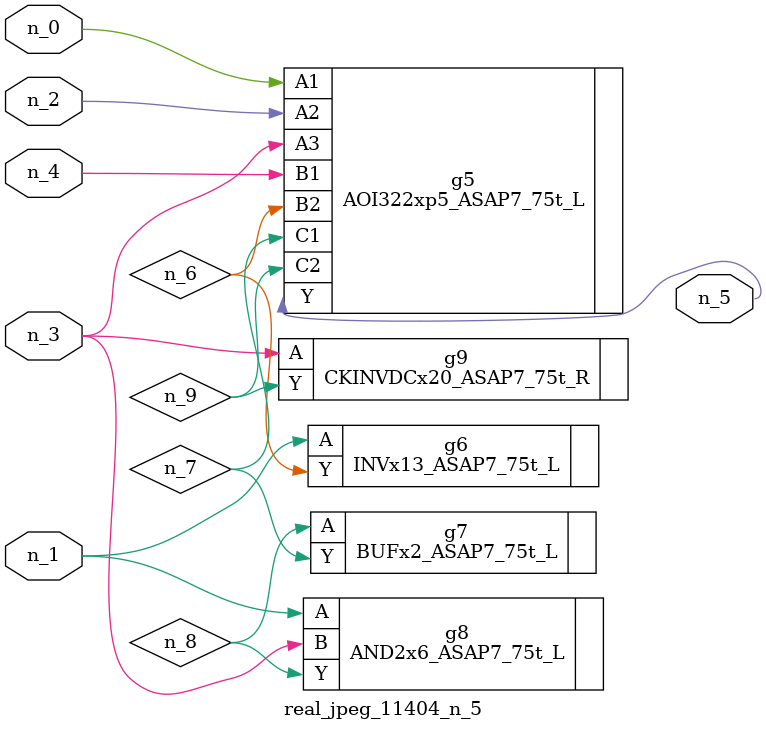
<source format=v>
module real_jpeg_11404_n_5 (n_4, n_0, n_1, n_2, n_3, n_5);

input n_4;
input n_0;
input n_1;
input n_2;
input n_3;

output n_5;

wire n_8;
wire n_6;
wire n_7;
wire n_9;

AOI322xp5_ASAP7_75t_L g5 ( 
.A1(n_0),
.A2(n_2),
.A3(n_3),
.B1(n_4),
.B2(n_6),
.C1(n_7),
.C2(n_9),
.Y(n_5)
);

INVx13_ASAP7_75t_L g6 ( 
.A(n_1),
.Y(n_6)
);

AND2x6_ASAP7_75t_L g8 ( 
.A(n_1),
.B(n_3),
.Y(n_8)
);

CKINVDCx20_ASAP7_75t_R g9 ( 
.A(n_3),
.Y(n_9)
);

BUFx2_ASAP7_75t_L g7 ( 
.A(n_8),
.Y(n_7)
);


endmodule
</source>
